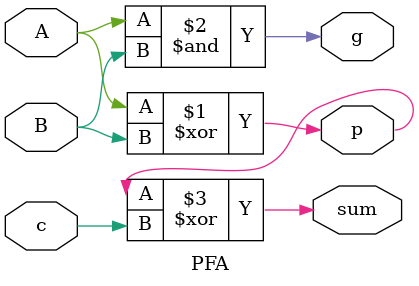
<source format=v>
`timescale 1ns / 1ps
module PFA(
	input wire A,
	input wire B,
	input wire c,
	output wire sum,
	output wire p,
	output wire g
    );
	xor(p, A, B);
	and (g, A, B);
	xor (sum, p, c);

endmodule

</source>
